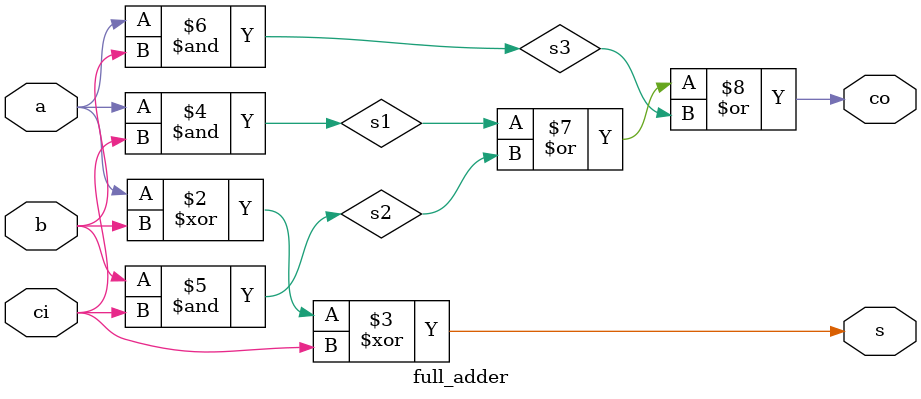
<source format=v>
 module full_adder( a ,b , s ,ci,co );

 input a ;
  wire a ;
  input b ;
  wire b ;
  input ci ;
 wire ci ;
 
reg s1,s2,s3;
 output co ;
 reg co ;
 output s ;
reg s;
always @(a or b or ci)
	begin
		s = (a^b)^ci;
		s1 = a&ci;
		s2 = b&ci;
		s3 = a&b;
		co = (s1|s2)|s3;
	end
endmodule

</source>
